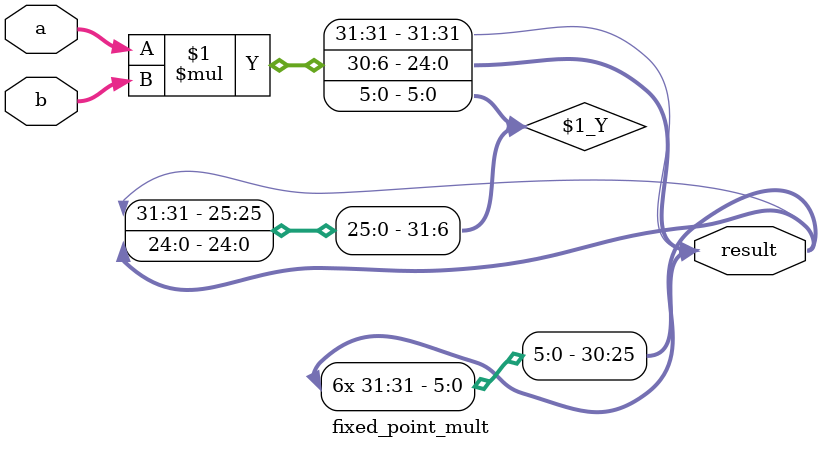
<source format=v>
module fixed_point_mult(
     input wire signed [15:0] a,
     input wire signed [15:0] b,
     output wire signed [31:0] result
 );
     assign result = (a * b) >>> 6;
endmodule
</source>
